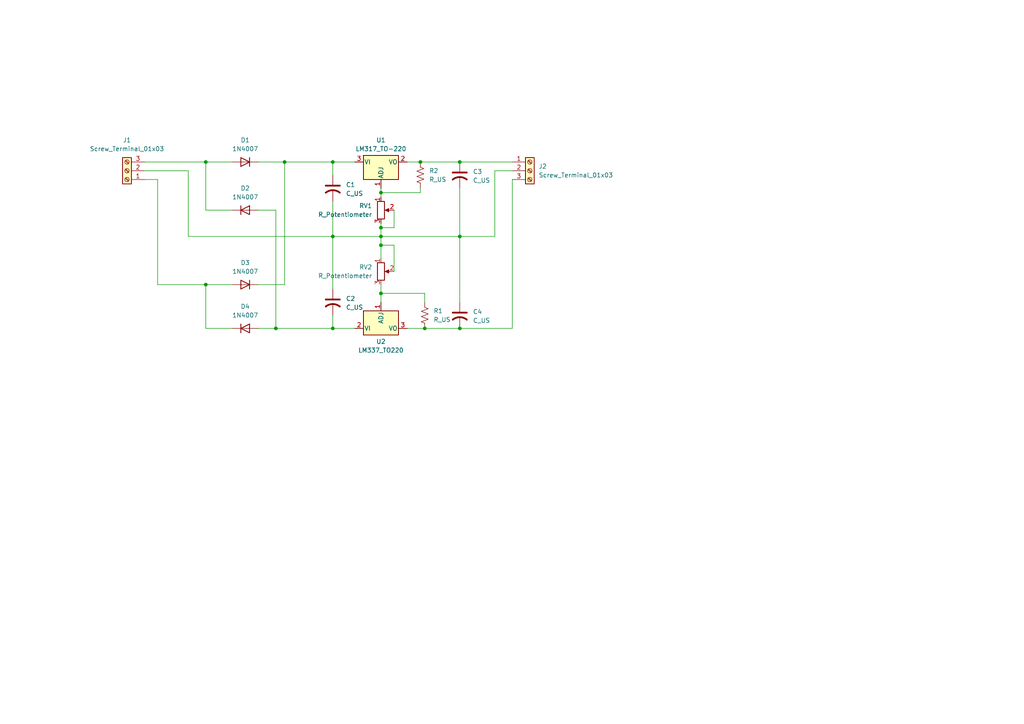
<source format=kicad_sch>
(kicad_sch (version 20250114) (generator "eeschema") (generator_version "9.0")
  (paper "A4")
  (lib_symbols
    (symbol "Connector:Screw_Terminal_01x03" (pin_names (offset 1.016) (hide yes))
      (property "Reference" "J" (at 0 5.08 0))
      (property "Value" "Screw_Terminal_01x03" (at 0 -5.08 0))
      (symbol "Screw_Terminal_01x03_1_1"
        (rectangle (start -1.27 3.81) (end 1.27 -3.81) (stroke (width 0.254)) (fill (type background)))
        (polyline (pts (xy -0.5334 2.8702) (xy 0.3302 2.032)) (stroke (width 0.1524)))
        (polyline (pts (xy -0.5334 0.3302) (xy 0.3302 -0.508)) (stroke (width 0.1524)))
        (polyline (pts (xy -0.5334 -2.2098) (xy 0.3302 -3.048)) (stroke (width 0.1524)))
        (polyline (pts (xy -0.3556 3.048) (xy 0.508 2.2098)) (stroke (width 0.1524)))
        (polyline (pts (xy -0.3556 0.508) (xy 0.508 -0.3302)) (stroke (width 0.1524)))
        (polyline (pts (xy -0.3556 -2.032) (xy 0.508 -2.8702)) (stroke (width 0.1524)))
        (circle (center 0 2.54) (radius 0.635) (stroke (width 0.1524)))
        (circle (center 0 0) (radius 0.635) (stroke (width 0.1524)))
        (circle (center 0 -2.54) (radius 0.635) (stroke (width 0.1524)))
        (pin passive line (at -5.08 2.54 0) (length 3.81) (name "Pin_1") (number "1"))
        (pin passive line (at -5.08 0 0) (length 3.81) (name "Pin_2") (number "2"))
        (pin passive line (at -5.08 -2.54 0) (length 3.81) (name "Pin_3") (number "3"))
      )
    )
    (symbol "Device:C_US" (pin_numbers (hide yes)) (pin_names (offset 0.254) (hide yes))
      (property "Reference" "C" (at 0.635 2.54 0))
      (property "Value" "C_US" (at 0.635 -2.54 0))
      (symbol "C_US_0_1"
        (polyline (pts (xy -2.032 0.762) (xy 2.032 0.762)) (stroke (width 0.508)))
        (arc (start -2.032 -1.27) (mid 0 -0.5572) (end 2.032 -1.27) (stroke (width 0.508)))
      )
      (symbol "C_US_1_1"
        (pin passive line (at 0 3.81 270) (length 2.794) (name "~") (number "1"))
        (pin passive line (at 0 -3.81 90) (length 3.302) (name "~") (number "2"))
      )
    )
    (symbol "Device:R_Potentiometer" (pin_names (offset 1.016) (hide yes))
      (property "Reference" "RV" (at -4.445 0 90))
      (property "Value" "R_Potentiometer" (at -2.54 0 90))
      (symbol "R_Potentiometer_0_1"
        (rectangle (start 1.016 2.54) (end -1.016 -2.54) (stroke (width 0.254)))
        (polyline (pts (xy 1.143 0) (xy 2.286 0.508) (xy 2.286 -0.508) (xy 1.143 0)) (fill (type outline)))
        (polyline (pts (xy 2.54 0) (xy 1.524 0)))
      )
      (symbol "R_Potentiometer_1_1"
        (pin passive line (at 0 3.81 270) (length 1.27) (name "1") (number "1"))
        (pin passive line (at 0 -3.81 90) (length 1.27) (name "3") (number "3"))
        (pin passive line (at 3.81 0 180) (length 1.27) (name "2") (number "2"))
      )
    )
    (symbol "Device:R_US" (pin_numbers (hide yes)) (pin_names (offset 0))
      (property "Reference" "R" (at 2.54 0 90))
      (property "Value" "R_US" (at -2.54 0 90))
      (symbol "R_US_0_1"
        (polyline (pts (xy 0 2.286) (xy 0 2.54)))
        (polyline (pts (xy 0 2.286) (xy 1.016 1.905) (xy 0 1.524) (xy -1.016 1.143) (xy 0 0.762)))
        (polyline (pts (xy 0 0.762) (xy 1.016 0.381) (xy 0 0) (xy -1.016 -0.381) (xy 0 -0.762)))
        (polyline (pts (xy 0 -0.762) (xy 1.016 -1.143) (xy 0 -1.524) (xy -1.016 -1.905) (xy 0 -2.286)))
        (polyline (pts (xy 0 -2.286) (xy 0 -2.54)))
      )
      (symbol "R_US_1_1"
        (pin passive line (at 0 3.81 270) (length 1.27) (name "~") (number "1"))
        (pin passive line (at 0 -3.81 90) (length 1.27) (name "~") (number "2"))
      )
    )
    (symbol "Diode:1N4007" (pin_numbers (hide yes)) (pin_names (hide yes))
      (property "Reference" "D" (at 0 2.54 0))
      (property "Value" "1N4007" (at 0 -2.54 0))
      (symbol "1N4007_0_1"
        (polyline (pts (xy -1.27 1.27) (xy -1.27 -1.27)) (stroke (width 0.254)))
        (polyline (pts (xy 1.27 1.27) (xy 1.27 -1.27) (xy -1.27 0) (xy 1.27 1.27)) (stroke (width 0.254)))
        (polyline (pts (xy 1.27 0) (xy -1.27 0)))
      )
      (symbol "1N4007_1_1"
        (pin passive line (at -3.81 0 0) (length 2.54) (name "K") (number "1"))
        (pin passive line (at 3.81 0 180) (length 2.54) (name "A") (number "2"))
      )
    )
    (symbol "Regulator_Linear:LM317_TO-220" (pin_names (offset 0.254))
      (property "Reference" "U" (at -3.81 3.175 0))
      (property "Value" "LM317_TO-220" (at 0 3.175 0))
      (symbol "LM317_TO-220_0_1"
        (rectangle (start -5.08 1.905) (end 5.08 -5.08) (stroke (width 0.254)) (fill (type background)))
      )
      (symbol "LM317_TO-220_1_1"
        (pin power_in line (at -7.62 0 0) (length 2.54) (name "VI") (number "3"))
        (pin input line (at 0 -7.62 90) (length 2.54) (name "ADJ") (number "1"))
        (pin power_out line (at 7.62 0 180) (length 2.54) (name "VO") (number "2"))
      )
    )
    (symbol "Regulator_Linear:LM337_TO220" (pin_names (offset 0.254))
      (property "Reference" "U" (at -3.81 -3.175 0))
      (property "Value" "LM337_TO220" (at 0 -3.175 0))
      (symbol "LM337_TO220_0_1"
        (rectangle (start -5.08 5.08) (end 5.08 -1.905) (stroke (width 0.254)) (fill (type background)))
      )
      (symbol "LM337_TO220_1_1"
        (pin power_in line (at -7.62 0 0) (length 2.54) (name "VI") (number "2"))
        (pin input line (at 0 7.62 270) (length 2.54) (name "ADJ") (number "1"))
        (pin power_out line (at 7.62 0 180) (length 2.54) (name "VO") (number "3"))
      )
    )
  )
  (junction (at 110.49 55.88))
  (junction (at 110.49 71.12))
  (junction (at 59.69 46.99))
  (junction (at 96.52 46.99))
  (junction (at 133.35 95.25))
  (junction (at 110.49 68.58))
  (junction (at 133.35 68.58))
  (junction (at 121.92 46.99))
  (junction (at 96.52 95.25))
  (junction (at 110.49 85.09))
  (junction (at 82.55 46.99))
  (junction (at 80.01 95.25))
  (junction (at 123.19 95.25))
  (junction (at 96.52 68.58))
  (junction (at 110.49 66.04))
  (junction (at 59.69 82.55))
  (junction (at 133.35 46.99))
  (wire (pts (xy 96.52 50.8) (xy 96.52 46.99)))
  (wire (pts (xy 123.19 85.09) (xy 110.49 85.09)))
  (wire (pts (xy 59.69 46.99) (xy 67.31 46.99)))
  (wire (pts (xy 110.49 66.04) (xy 110.49 68.58)))
  (wire (pts (xy 123.19 95.25) (xy 133.35 95.25)))
  (wire (pts (xy 96.52 68.58) (xy 110.49 68.58)))
  (wire (pts (xy 114.3 71.12) (xy 110.49 71.12)))
  (wire (pts (xy 121.92 46.99) (xy 133.35 46.99)))
  (wire (pts (xy 80.01 95.25) (xy 74.93 95.25)))
  (wire (pts (xy 114.3 60.96) (xy 114.3 66.04)))
  (wire (pts (xy 110.49 85.09) (xy 110.49 87.63)))
  (wire (pts (xy 110.49 71.12) (xy 110.49 74.93)))
  (wire (pts (xy 102.87 95.25) (xy 96.52 95.25)))
  (wire (pts (xy 41.91 49.53) (xy 54.61 49.53)))
  (wire (pts (xy 110.49 64.77) (xy 110.49 66.04)))
  (wire (pts (xy 41.91 52.07) (xy 45.72 52.07)))
  (wire (pts (xy 121.92 54.61) (xy 121.92 55.88)))
  (wire (pts (xy 59.69 60.96) (xy 67.31 60.96)))
  (wire (pts (xy 45.72 82.55) (xy 59.69 82.55)))
  (wire (pts (xy 148.59 95.25) (xy 133.35 95.25)))
  (wire (pts (xy 110.49 68.58) (xy 133.35 68.58)))
  (wire (pts (xy 110.49 82.55) (xy 110.49 85.09)))
  (wire (pts (xy 80.01 60.96) (xy 80.01 95.25)))
  (wire (pts (xy 54.61 49.53) (xy 54.61 68.58)))
  (wire (pts (xy 133.35 46.99) (xy 148.59 46.99)))
  (wire (pts (xy 118.11 46.99) (xy 121.92 46.99)))
  (wire (pts (xy 96.52 46.99) (xy 82.55 46.99)))
  (wire (pts (xy 82.55 82.55) (xy 74.93 82.55)))
  (wire (pts (xy 114.3 66.04) (xy 110.49 66.04)))
  (wire (pts (xy 110.49 68.58) (xy 110.49 71.12)))
  (wire (pts (xy 74.93 46.99) (xy 82.55 46.99)))
  (wire (pts (xy 133.35 68.58) (xy 133.35 87.63)))
  (wire (pts (xy 133.35 54.61) (xy 133.35 68.58)))
  (wire (pts (xy 110.49 54.61) (xy 110.49 55.88)))
  (wire (pts (xy 118.11 95.25) (xy 123.19 95.25)))
  (wire (pts (xy 148.59 52.07) (xy 148.59 95.25)))
  (wire (pts (xy 96.52 95.25) (xy 80.01 95.25)))
  (wire (pts (xy 121.92 55.88) (xy 110.49 55.88)))
  (wire (pts (xy 74.93 60.96) (xy 80.01 60.96)))
  (wire (pts (xy 96.52 46.99) (xy 102.87 46.99)))
  (wire (pts (xy 96.52 58.42) (xy 96.52 68.58)))
  (wire (pts (xy 143.51 68.58) (xy 143.51 49.53)))
  (wire (pts (xy 54.61 68.58) (xy 96.52 68.58)))
  (wire (pts (xy 59.69 95.25) (xy 67.31 95.25)))
  (wire (pts (xy 82.55 46.99) (xy 82.55 82.55)))
  (wire (pts (xy 67.31 82.55) (xy 59.69 82.55)))
  (wire (pts (xy 45.72 52.07) (xy 45.72 82.55)))
  (wire (pts (xy 41.91 46.99) (xy 59.69 46.99)))
  (wire (pts (xy 143.51 49.53) (xy 148.59 49.53)))
  (wire (pts (xy 133.35 68.58) (xy 143.51 68.58)))
  (wire (pts (xy 110.49 55.88) (xy 110.49 57.15)))
  (wire (pts (xy 96.52 68.58) (xy 96.52 83.82)))
  (wire (pts (xy 123.19 87.63) (xy 123.19 85.09)))
  (wire (pts (xy 96.52 91.44) (xy 96.52 95.25)))
  (wire (pts (xy 114.3 78.74) (xy 114.3 71.12)))
  (wire (pts (xy 59.69 82.55) (xy 59.69 95.25)))
  (wire (pts (xy 59.69 46.99) (xy 59.69 60.96)))
  (symbol (lib_id "Diode:1N4007") (at 71.12 60.96 0) (unit 1)
    (property "Reference" "D2" (at 71.12 54.61 0))
    (property "Value" "1N4007" (at 71.12 57.15 0))
    (property "Footprint" "Diode_THT:D_DO-41_SOD81_P10.16mm_Horizontal" (effects (hide yes)))
    (property "Datasheet" "http://www.vishay.com/docs/88503/1n4001.pdf" (effects (hide yes)))
    (property "Description" "1000V 1A General Purpose Rectifier Diode, DO-41" (effects (hide yes)))
    (property "Sim.Device" "D" (effects (hide yes)))
    (property "Sim.Pins" "1=K 2=A" (effects (hide yes)))
  )
  (symbol (lib_id "Device:R_Potentiometer") (at 110.49 60.96 0) (unit 1)
    (property "Reference" "RV1" (at 107.95 59.6899 0) (effects (justify right)))
    (property "Value" "R_Potentiometer" (at 107.95 62.2299 0) (effects (justify right)))
    (property "Footprint" "Potentiometer_THT:Potentiometer_Alps_RK09Y11_Single_Horizontal" (effects (hide yes)))
    (property "Description" "Potentiometer" (effects (hide yes)))
  )
  (symbol (lib_id "Diode:1N4007") (at 71.12 46.99 180) (unit 1)
    (property "Reference" "D1" (at 71.12 40.64 0))
    (property "Value" "1N4007" (at 71.12 43.18 0))
    (property "Footprint" "Diode_THT:D_DO-41_SOD81_P10.16mm_Horizontal" (effects (hide yes)))
    (property "Datasheet" "http://www.vishay.com/docs/88503/1n4001.pdf" (effects (hide yes)))
    (property "Description" "1000V 1A General Purpose Rectifier Diode, DO-41" (effects (hide yes)))
    (property "Sim.Device" "D" (effects (hide yes)))
    (property "Sim.Pins" "1=K 2=A" (effects (hide yes)))
  )
  (symbol (lib_id "Diode:1N4007") (at 71.12 82.55 180) (unit 1)
    (property "Reference" "D3" (at 71.12 76.2 0))
    (property "Value" "1N4007" (at 71.12 78.74 0))
    (property "Footprint" "Diode_THT:D_DO-41_SOD81_P10.16mm_Horizontal" (effects (hide yes)))
    (property "Datasheet" "http://www.vishay.com/docs/88503/1n4001.pdf" (effects (hide yes)))
    (property "Description" "1000V 1A General Purpose Rectifier Diode, DO-41" (effects (hide yes)))
    (property "Sim.Device" "D" (effects (hide yes)))
    (property "Sim.Pins" "1=K 2=A" (effects (hide yes)))
  )
  (symbol (lib_id "Device:C_US") (at 133.35 91.44 0) (unit 1)
    (property "Reference" "C4" (at 137.16 90.4239 0) (effects (justify left)))
    (property "Value" "C_US" (at 137.16 92.9639 0) (effects (justify left)))
    (property "Footprint" "Capacitor_THT:CP_Radial_D5.0mm_P2.50mm" (effects (hide yes)))
    (property "Description" "capacitor, US symbol" (effects (hide yes)))
  )
  (symbol (lib_id "Device:R_Potentiometer") (at 110.49 78.74 0) (unit 1)
    (property "Reference" "RV2" (at 107.95 77.4699 0) (effects (justify right)))
    (property "Value" "R_Potentiometer" (at 107.95 80.0099 0) (effects (justify right)))
    (property "Footprint" "Potentiometer_THT:Potentiometer_Alps_RK09Y11_Single_Horizontal" (effects (hide yes)))
    (property "Description" "Potentiometer" (effects (hide yes)))
  )
  (symbol (lib_id "Connector:Screw_Terminal_01x03") (at 36.83 49.53 180) (unit 1)
    (property "Reference" "J1" (at 36.83 40.64 0))
    (property "Value" "Screw_Terminal_01x03" (at 36.83 43.18 0))
    (property "Footprint" "TerminalBlock_Altech:Altech_AK100_1x03_P5.00mm" (effects (hide yes)))
    (property "Description" "Generic screw terminal, single row, 01x03, script generated (kicad-library-utils/schlib/autogen/connector/)" (effects (hide yes)))
  )
  (symbol (lib_id "Diode:1N4007") (at 71.12 95.25 0) (unit 1)
    (property "Reference" "D4" (at 71.12 88.9 0))
    (property "Value" "1N4007" (at 71.12 91.44 0))
    (property "Footprint" "Diode_THT:D_DO-41_SOD81_P10.16mm_Horizontal" (effects (hide yes)))
    (property "Datasheet" "http://www.vishay.com/docs/88503/1n4001.pdf" (effects (hide yes)))
    (property "Description" "1000V 1A General Purpose Rectifier Diode, DO-41" (effects (hide yes)))
    (property "Sim.Device" "D" (effects (hide yes)))
    (property "Sim.Pins" "1=K 2=A" (effects (hide yes)))
  )
  (symbol (lib_id "Regulator_Linear:LM317_TO-220") (at 110.49 46.99 0) (unit 1)
    (property "Reference" "U1" (at 110.49 40.64 0))
    (property "Value" "LM317_TO-220" (at 110.49 43.18 0))
    (property "Footprint" "Package_TO_SOT_THT:TO-220-3_Vertical" (effects (hide yes)))
    (property "Datasheet" "http://www.ti.com/lit/ds/symlink/lm317.pdf" (effects (hide yes)))
    (property "Description" "1.5A 35V Adjustable Linear Regulator, TO-220" (effects (hide yes)))
  )
  (symbol (lib_id "Connector:Screw_Terminal_01x03") (at 153.67 49.53 0) (unit 1)
    (property "Reference" "J2" (at 156.21 48.2599 0) (effects (justify left)))
    (property "Value" "Screw_Terminal_01x03" (at 156.21 50.7999 0) (effects (justify left)))
    (property "Footprint" "TerminalBlock_Altech:Altech_AK100_1x03_P5.00mm" (effects (hide yes)))
    (property "Description" "Generic screw terminal, single row, 01x03, script generated (kicad-library-utils/schlib/autogen/connector/)" (effects (hide yes)))
  )
  (symbol (lib_id "Device:C_US") (at 133.35 50.8 0) (unit 1)
    (property "Reference" "C3" (at 137.16 49.7839 0) (effects (justify left)))
    (property "Value" "C_US" (at 137.16 52.3239 0) (effects (justify left)))
    (property "Footprint" "Capacitor_THT:CP_Radial_D5.0mm_P2.50mm" (effects (hide yes)))
    (property "Description" "capacitor, US symbol" (effects (hide yes)))
  )
  (symbol (lib_id "Regulator_Linear:LM337_TO220") (at 110.49 95.25 0) (unit 1)
    (property "Reference" "U2" (at 110.49 99.06 0))
    (property "Value" "LM337_TO220" (at 110.49 101.6 0))
    (property "Footprint" "Package_TO_SOT_THT:TO-220-3_Vertical" (effects (hide yes)))
    (property "Datasheet" "http://www.ti.com/lit/ds/symlink/lm337-n.pdf" (effects (hide yes)))
    (property "Description" "Negative 1.5A 35V Adjustable Linear Regulator, TO-220" (effects (hide yes)))
  )
  (symbol (lib_id "Device:R_US") (at 121.92 50.8 0) (unit 1)
    (property "Reference" "R2" (at 124.46 49.5299 0) (effects (justify left)))
    (property "Value" "R_US" (at 124.46 52.0699 0) (effects (justify left)))
    (property "Footprint" "Resistor_THT:R_Axial_DIN0204_L3.6mm_D1.6mm_P7.62mm_Horizontal" (effects (hide yes)))
    (property "Description" "Resistor, US symbol" (effects (hide yes)))
  )
  (symbol (lib_id "Device:C_US") (at 96.52 54.61 0) (unit 1)
    (property "Reference" "C1" (at 100.33 53.5939 0) (effects (justify left)))
    (property "Value" "C_US" (at 100.33 56.1339 0) (effects (justify left)))
    (property "Footprint" "Capacitor_THT:CP_Radial_D16.0mm_P7.50mm" (effects (hide yes)))
    (property "Description" "capacitor, US symbol" (effects (hide yes)))
  )
  (symbol (lib_id "Device:R_US") (at 123.19 91.44 180) (unit 1)
    (property "Reference" "R1" (at 125.73 90.1699 0) (effects (justify right)))
    (property "Value" "R_US" (at 125.73 92.7099 0) (effects (justify right)))
    (property "Footprint" "Resistor_THT:R_Axial_DIN0204_L3.6mm_D1.6mm_P7.62mm_Horizontal" (effects (hide yes)))
    (property "Description" "Resistor, US symbol" (effects (hide yes)))
  )
  (symbol (lib_id "Device:C_US") (at 96.52 87.63 0) (unit 1)
    (property "Reference" "C2" (at 100.33 86.6139 0) (effects (justify left)))
    (property "Value" "C_US" (at 100.33 89.1539 0) (effects (justify left)))
    (property "Footprint" "Capacitor_THT:CP_Radial_D16.0mm_P7.50mm" (effects (hide yes)))
    (property "Description" "capacitor, US symbol" (effects (hide yes)))
  )
)
</source>
